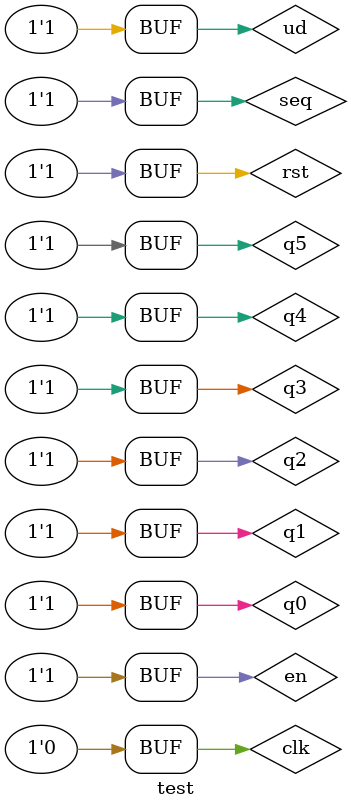
<source format=v>

module tff (Q, T, clk, rst);	//t flip flop
	output reg Q;
	input T, clk, rst; 
	always @ (posedge clk or negedge rst)
		if (~rst)
			Q = 1'b0;
		else
			Q = Q ^ T;
endmodule			  


module mux4x1 (in0, in1, in2, in3, en, s0, s1, out);  
	input in0, in1, in2, in3, en, s0, s1;
	output reg out;
	always @ (in0 or in1 or in2 or in3 or en or s0 or s1 or out)  begin
		if (en == 1) begin
			case ({s0,s1}) 
				2'b00: out = in0;
				2'b01: out = in1;
				2'b10: out = in2;
				2'b11: out = in3; 
				default: out = 1'b0;
			endcase
		end
		else	
			out = 1'b0;
		end
endmodule
	

module sys (q5,q4,q3,q2,q1,q0,clk,rst,en,seq,ud,o5,o4,o3,o2,o1,o0);
	input q5,q4,q3,q2,q1,q0,clk,rst,en,seq,ud;
	output o5,o4,o3,o2,o1,o0; 
	wire t5,t4,t3,t2,t1,t0;
	
	//pu -> prime up
	//pd -> prime down
	//fu -> fibonacci up
	//fd -> fibonacci down
	
	//mux5 
	//bit 5 - prime up & down = 0 
	wire outfu51, outfu52,outfu5 , outfd5, outfd51, outfd52;
	and fu51 (outfu51,~q5, q4, ~q3, q2, ~q1, q0);
	and fu52 (outfu52, q5, q4, ~q3, q2, q1, q0);
	or fu5 (outfu5, outfu51, outfu52);	 //bit 5 - fibonacci up
	
	and fd51 (outfd1,~q5, ~q4, ~q3, ~q2, ~q1, ~q0);
	and fd52 (outfd2, q5, ~q4, ~q3, ~q2, q1, ~q0);
	or fd5 (outfd5, outfd51, outfd52);	 //bit 5 - fibonacci down
	
	mux4x1 mux5 (1'b0, 1'b0, outfu5, outfd5, en,seq,ud, t5);
	
	
	//mux4	
	wire outpu4,outpu41,outpu42,outpd4, outpd41, outpd42  ,outfu41, outfu42, outfu43, outfu44,outfu4 , outfd4, outfd41, outfd42, outfd43, outfd44;  
	and pu41 (outpu41,~q5, ~q4, q3, q2, ~q1, q0);
	and pu42 (outpu42, ~q5, q4, q3, q2, q1, q0);
	or pu4 (outpu4, outpu41, outpu42);	 //bit 4 - prime up
	
	and pd41 (outpd41,~q5, ~q4, ~q3, ~q2, q1, ~q0);
	and pd42 (outpd42, ~q5, q4, ~q3, ~q2, ~q1, q0);
	or pd4 (outpd4, outpd41, outpd42);	 //bit 4 - prime down
	
	and fu41 (outfu41,~q5, ~q4, q3, q2, ~q1, q0);
	and fu42 (outfu42, ~q5, q4, ~q3, q2, ~q1, q0);
	and fu43 (outfu43,q5, ~q4, ~q3, ~q2, q1, ~q0);
	and fu44 (outfu44, q5, q4, ~q3, q2, q1, q0);
	or fu4 (outfu4, outfu41, outfu42, outfu43, outfu44);	 //bit 4 - fibonacci up
	
	and fd41 (outfd41,~q5, ~q4, ~q3, ~q2, ~q1, ~q0);
	and fd42 (outfd42, ~q5, q4, ~q3, q2, ~q1, q0);
	and fd43 (outfd43,q5, ~q4, ~q3, ~q2, q1, ~q0);
	and fd44 (outfd44, q5, q4, ~q3, q2, q1, q0);
	or fd4 (outfd4, outfd41, outfd42, outfd43, outfd44);	 //bit 4 - fibonacci down
	
	mux4x1 mux4 (outpu4, outpd4, outfu4, outfd4, en, seq, ud, t4);
	
	
	
	//mux3	
	wire outpu3,outpu31,outpu32, outpu33,outpd3, outpd31, outpd32, outpd33, outpd34 ,outfu3 , outfd3, outfd31, outfd32;  
	and pu31 (outpu31,~q5,~q3,q2,q1,q0);
	and pu32 (outpu32,~q5,~q4,q3,q2,~q1,q0);
	and pu33 (outpu33,~q5,q4,q2,q1,q0);
	or pu3 (outpu3, outpu31, outpu32,outpu33);	 //bit 3 - prime up
	
	and pd31 (outpd31,~q5, ~q4, ~q3, ~q2, q1, ~q0);
	and pd32 (outpd32, ~q5, ~q4, q3, ~q2, q1, q0);
	and pd33 (outpd33,~q5, q4, ~q3, ~q2, ~q1, q0);
	and pd34 (outpd34, ~q5, q4, q3, q2, ~q1, q0);
	or pd3 (outpd3, outpd31, outpd32, outpd33, outpd34);	 //bit 3 - prime down
	
	and fu3 (outfu3,~q5, ~q4, q2, ~q1, q0);			 //bit 3 - fibonacci up
		
	and fd31 (outfd31,~q5, ~q4, q3, ~q2, ~q1, ~q0);
	and fd32 (outfd32, ~q5, q4, ~q3, q2, ~q1, q0);
	or fd3 (outfd3, outfd31, outfd32);	 //bit 3 - fibonacci down
	
	mux4x1 mux3 (outpu3, outpd3, outfu3, outfd3, en, seq, ud, t3);
	
	
	
	//mux2	
	wire outpu2, outpu21, outpu22, outpu23, outpu24,outpu25, outpd2, outpd21, outpd22,outpd23, outpd24, outpd25,
	outfu2, outfu21, outfu22, outfu23, outfu24, outfu25,outfd2, outfd21, outfd22, outfd23, outfd24;  
	
	and pu21 (outpu21,~q5, ~q4, ~q3, q1, q0);
	and pu22 (outpu22, ~q5, ~q4, ~q2, q1, q0);
	and pu23 (outpu23,~q5, ~q4, q3, q2, ~q1, q0);
	and pu24 (outpu24, ~q5, ~q3, ~q2, q1, q0);
	and pu25 (outpu25, ~q5, q4, q3, q2, q1, q0);
	or pu2 (outpu2, outpu21, outpu22, outpu23, outpu24,outpu25);	 //bit 2 - prime up
	
	and pd21 (outpd21,~q5, ~q4, ~q3, ~q2, q1, ~q0);
	and pd22 (outpd22, ~q5, ~q4, q2, ~q1, q0);
	and pd23 (outpd23,~q5, ~q4, q3, ~q2, q1, ~q0);
	and pd24 (outpd24, ~q5, q4, ~q3, ~q2, ~q1, q0);
	and pd25 (outpd25,~q5, q4, ~q3, q2, q1, q0);
	or pd2 (outpd2, outpd21, outpd22, outpd23, outpd24,outpd25);		//bit 2 - prime down
	
	and fu21 (outfu21,~q5, ~q4, ~q3, ~q2, q1, q0);
	and fu22 (outfu22, ~q5, ~q3, q2, ~q1, q0);
	and fu23 (outfu23, ~q5, ~q4, q3, ~q2, ~q1, ~q0);
	and fu24 (outfu24, q5, ~q4, ~q3, ~q2, q1, ~q0);
	and fu25 (outfu25, q5, q4, ~q3, q2, q1, q0);
	or fu2 (outfu2, outfu21, outfu22, outfu23, outfu24, outfu25);	 //bit 2 - fibonacci up
	
	and fd21 (outfd21,~q5, ~q4, ~q2, ~q1, ~q0);
	and fd22 (outfd22, ~q5, ~q4, q2, ~q1, q0);
	and fd23 (outfd23,q5, ~q4, ~q3, ~q2, q1, ~q0);
	and fd24 (outfd24, q5, q4, ~q3, q2, q1, q0);
	or fd2 (outfd2, outfd21, outfd22, outfd23, outfd24);	 //bit 2 - fibonacci down
	
	mux4x1 mux2 (outpu2, outpd2, outfu2, outfd2, en, seq, ud, t2);
	
	
	//mux1	
	wire outpu1, outpu11, outpu12, outpu13, outpu14,outpu15, outpd1, outpd11, outpd12, outpd13, outpd14,
	outfu1, outfu11, outfu12, outfu13, outfd1, outfd11, outfd12, outfd13;  
	
	
	and pu11 (outpu11,~q5, ~q4, ~q2, q1, q0);
	and pu12 (outpu12, ~q5, ~q4, ~q3, q2, ~q1, q0);
	and pu13 (outpu13,~q5, q4, ~q3, ~q2, ~q1, q0);
	and pu14 (outpu14, ~q5, q4, ~q3, q2, q1, q0);
	and pu15 (outpu15, ~q5, q4, q3, q2, ~q1, q0);
	or pu1 (outpu1, outpu11, outpu12, outpu13, outpu14,outpu15);	 //bit 1 - prime up
	
	and pd11 (outpd11,~q5, ~q4, ~q3, q2, q0);
	and pd12 (outpd12, ~q5, q4, ~q3, ~q2, q1, q0);
	and pd13 (outpd13,~q5, q4, q3, q2, q0);
	and pd14 (outpd14, ~q5, ~q4, q2, ~q1, q0);
	or pd1 (outpd1, outpd11, outpd12, outpd13, outpd14);		//bit 1 - prime down
	
	and fu11 (outfu11,~q5, ~q4, ~q3, ~q2, q0);
	and fu12 (outfu12, ~q5, q4, ~q3, q2, ~q1, q0);
	and fu13 (outfu13, q5, q4, ~q3, q2, q1, q0);
	or fu1 (outfu1, outfu11, outfu12, outfu13);	 //bit 2 - fibonacci up
	
	and fd11 (outfd11,~q5, ~q4, ~q3, ~q2, ~q0);
	and fd12 (outfd12, ~q5, ~q4, ~q3, q2, ~q1, q0);
	and fd13 (outfd13, ~q4, ~q3, ~q2, q1, ~q0);
	or fd1 (outfd1, outfd11, outfd12, outfd13);	 //bit 1 - fibonacci down
	
	mux4x1 mux1 (outpu1, outpd1, outfu1, outfd1, en, seq, ud, t1); 
	
	
	
	//mux0	
	wire outpu0, outpu01, outpu02, outpd0, outfu0, outfu01, outfu02, outfu03, outfu04, outfu05,
	 outfd0, outfd01, outfd02, outfd03, outfd04, outfd05;  
	
	
	and pu01 (outpu01,~q5, ~q4, ~q3, ~q2, q1, ~q0);
	and pu02 (outpu02, ~q5, q4, q3, q2, q1, q0);
	or pu0 (outpu0, outpu01, outpu02);	 //bit 0 - prime up
	
	and pd0 (outpd0,~q5, ~q4, ~q3, ~q2, q1); //bit 0 - prime down
	
			
	
	and fu01 (outfu01,~q5, ~q4, ~q2, ~q1, ~q0);
	and fu02 (outfu02, ~q5, ~q3, q2, ~q1, q0);
	and fu03 (outfu03, ~q4, ~q3, ~q2, q1, ~q0); 
	and fu04 (outfu04, q5, q4, ~q3, q2, q1, q0);
	and fu05 (outfu05, ~q5, ~q4, ~q3, ~q2, ~q1);
	or fu0 (outfu0, outfu01, outfu02, outfu03, outfu04, outfu05);	 //bit 0 - fibonacci up
	
	and fd01 (outfd01,~q5, ~q4, ~q3, ~q2);
	and fd02 (outfd02, ~q5, ~q4, ~q2, ~q1, ~q0);
	and fd03 (outfd03, ~q5, ~q4, q3, q2, ~q1, q0);	
	and fd04 (outfd04, ~q4, ~q3, ~q2, q1, ~q0);
	and fd05 (outfd05, q5, q4, ~q3, q2, q1, q0);
	or fd0 (outfd0, outfd01, outfd02, outfd03, outfd04, outfd05);	 //bit 0 - fibonacci down
	
	mux4x1 mux0 (outpu0, outpd0, outfu0, outfd0, en, seq, ud, t0);
	
	
	
	//connect the output of every mux with the input of a t flip flop
	tff tf5 (o5,t5, clk, rst);
	tff tf4 (o4,t4, clk, rst);
	tff tf3 (o3,t3, clk, rst);
	tff tf2 (o2,t2, clk, rst); 
	tff tf1 (o1,t1, clk, rst);
	tff tf0 (o0,t0, clk, rst);
endmodule





	//test bench
module test () ;				 
	reg q5,q4,q3,q2,q1,q0,clk,rst,en,seq,ud;
	wire o5,o4,o3,o2,o1,o0;
	sys tsys (q5,q4,q3,q2,q1,q0,clk,rst,en,seq,ud,o5,o4,o3,o2,o1,o0);	
	initial begin	
		rst = 0; clk = 0;
		#10 rst = 1;
		repeat (100)
		#20 clk = ~clk;
	end									   
	initial begin  
		en = 1'b0;
		#20 en = 1'b1;	
		
		//test prime up
		seq= 1'b0; ud = 1'b0;
		{q5,q4,q3,q2,q1,q0} = 6'b000000;  	//test generator
		if ({o5,o4,o3,o2,o1,o0} != 6'b000011)  $display ("count failed");	  	//result analyzer
		#5 {q5,q4,q3,q2,q1,q0} = 6'b000011;	  //test generator
		if ({o5,o4,o3,o2,o1,o0} != 6'b000101)  $display ("count failed");		 //result analyzer
		#5 {q5,q4,q3,q2,q1,q0} = 6'b000101;	  //test generator
		if ({o5,o4,o3,o2,o1,o0} != 6'b000111)  $display ("count failed");	  	//result analyzer
		#5 {q5,q4,q3,q2,q1,q0} = 6'b000111;	 //test generator 
		if ({o5,o4,o3,o2,o1,o0} != 6'b001011)  $display ("count failed");	  	//result analyzer
		#5 {q5,q4,q3,q2,q1,q0} = 6'b001011;	 //test generator
		if ({o5,o4,o3,o2,o1,o0} != 6'b001101)  $display ("count failed");	  	//result analyzer
		#5 {q5,q4,q3,q2,q1,q0} = 6'b001101;	  //test generator 
		if ({o5,o4,o3,o2,o1,o0} != 6'b010001)  $display ("count failed");	  	//result analyzer
		#5 {q5,q4,q3,q2,q1,q0} = 6'b010001;	  //test generator 
		if ({o5,o4,o3,o2,o1,o0} != 6'b010011)  $display ("count failed");	  	//result analyzer
		#5 {q5,q4,q3,q2,q1,q0} = 6'b010011;	  //test generator	 
		if ({o5,o4,o3,o2,o1,o0} != 6'b010111)  $display ("count failed");	  	//result analyzer
		#5 {q5,q4,q3,q2,q1,q0} = 6'b010111;	  //test generator 
		if ({o5,o4,o3,o2,o1,o0} != 6'b011101)  $display ("count failed");	  	//result analyzer
		#5 {q5,q4,q3,q2,q1,q0} = 6'b011101;	  //test generator
		if ({o5,o4,o3,o2,o1,o0} != 6'b011101)  $display ("count failed");	  	//result analyzer
		#5 {q5,q4,q3,q2,q1,q0} = 6'b011111;	  //test generator 
		if ({o5,o4,o3,o2,o1,o0} != 6'b011111)  $display ("count failed");	  	//result analyzer

		 //test prime down
		seq= 1'b0; ud = 1'b1;
		{q5,q4,q3,q2,q1,q0} = 6'b000000; 
		repeat (31)
		#10 {q5,q4,q3,q2,q1,q0} = {q5,q4,q3,q2,q1,q0} + 6'b000001; 
		 //test fibonacci up
		seq= 1'b1; ud = 1'b0;
		{q5,q4,q3,q2,q1,q0} = 6'b000000; 
		repeat (63)
		#10 {q5,q4,q3,q2,q1,q0} = {q5,q4,q3,q2,q1,q0} + 6'b000001;
		  //test fibonacci down
		seq= 1'b1; ud = 1'b1;
		{q5,q4,q3,q2,q1,q0} = 6'b000000; 
		repeat (63)
		#10 {q5,q4,q3,q2,q1,q0} = {q5,q4,q3,q2,q1,q0} + 6'b000001;
	end
endmodule	
</source>
